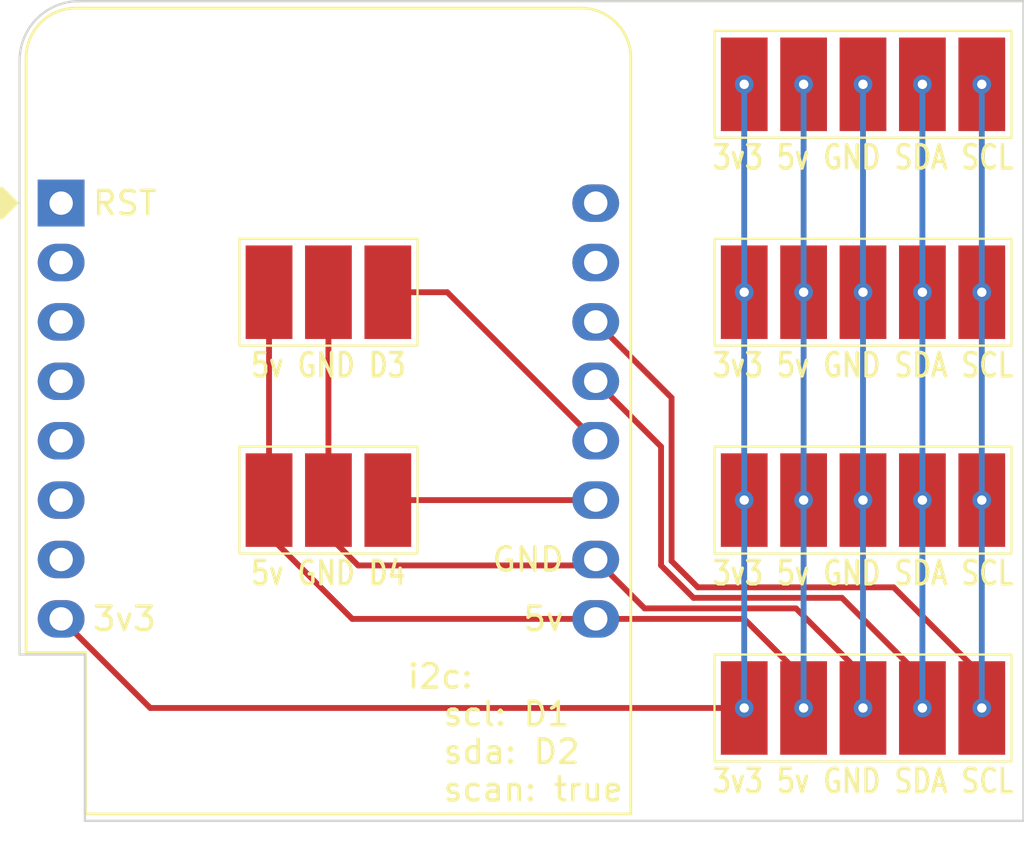
<source format=kicad_pcb>
(kicad_pcb (version 20221018) (generator pcbnew)
  (layers (0 "F.Cu" signal) (31 "B.Cu" signal) (34 "B.Paste" user) (35 "F.Paste" user) (36 "B.SilkS" user "B.Silkscreen") (37 "F.SilkS" user "F.Silkscreen") (38 "B.Mask" user) (39 "F.Mask" user) (44 "Edge.Cuts" user))
  (net 0 "")
  (net 1 "3v3")
  (net 2 "5v")
  (net 3 "GND")
  (net 4 "SCL")
  (net 5 "SDA")
  (net 6 "D3")
  (net 7 "D4")
  (footprint "Internal:SolderPad_2.0x4.0mm_1x05" (layer "F.Cu") (at 153.67 124.46)
    (fp_text reference "J4" hide)
    (fp_text value "Conn_01x05_Pin")
    (fp_rect (start -6.35 -4.826) (end 6.35 -0.254) (stroke (width 0.1)) (fill none) (layer "F.SilkS"))
    (pad "1" smd rect (at -5.08 -2.54) (size 2 4) (layers "F.Cu" "F.Paste" "F.Mask") (net 1 "3v3"))
    (pad "2" smd rect (at -2.54 -2.54) (size 2 4) (layers "F.Cu" "F.Paste" "F.Mask") (net 2 "5v"))
    (pad "3" smd rect (at 0 -2.54) (size 2 4) (layers "F.Cu" "F.Paste" "F.Mask") (net 3 "GND"))
    (pad "4" smd rect (at 2.54 -2.54) (size 2 4) (layers "F.Cu" "F.Paste" "F.Mask") (net 5 "SDA"))
    (pad "5" smd rect (at 5.08 -2.54) (size 2 4) (layers "F.Cu" "F.Paste" "F.Mask") (net 4 "SCL"))
  )
  (footprint "Module:WEMOS_D1_mini_light" (layer "F.Cu") (at 119.38 100.33)
    (fp_text reference "U1" hide)
    (fp_text value "WeMos_D1_mini")
    (fp_line (start -1.5 19.22) (end -1.5 -6.21) (stroke (width 0.12)) (layer "F.SilkS"))
    (fp_line (start -1.5 19.22) (end 1.04 19.22) (stroke (width 0.12)) (layer "F.SilkS"))
    (fp_line (start 1.04 19.22) (end 1.04 26.12) (stroke (width 0.12)) (layer "F.SilkS"))
    (fp_line (start 1.04 26.12) (end 24.36 26.12) (stroke (width 0.12)) (layer "F.SilkS"))
    (fp_line (start 22.24 -8.34) (end 0.63 -8.34) (stroke (width 0.12)) (layer "F.SilkS"))
    (fp_line (start 24.36 26.12) (end 24.36 -6.21) (stroke (width 0.12)) (layer "F.SilkS"))
    (fp_arc (start -1.5 -6.21) (mid -0.876137 -7.716137) (end 0.63 -8.34) (stroke (width 0.12)) (layer "F.SilkS"))
    (fp_arc (start 22.23 -8.34) (mid 23.736137 -7.716137) (end 24.36 -6.21) (stroke (width 0.12)) (layer "F.SilkS"))
    (fp_poly (pts (xy -2.54 -0.635) (xy -2.54 0.635) (xy -1.905 0)) (stroke (width 0.15)) (fill solid) (layer "F.SilkS"))
    (pad "1" thru_hole rect (at 0 0) (size 2 2) (drill 1) (layers "*.Cu" "*.Mask"))
    (pad "2" thru_hole oval (at 0 2.54) (size 2 1.6) (drill 1) (layers "*.Cu" "*.Mask"))
    (pad "3" thru_hole oval (at 0 5.08) (size 2 1.6) (drill 1) (layers "*.Cu" "*.Mask"))
    (pad "4" thru_hole oval (at 0 7.62) (size 2 1.6) (drill 1) (layers "*.Cu" "*.Mask"))
    (pad "5" thru_hole oval (at 0 10.16) (size 2 1.6) (drill 1) (layers "*.Cu" "*.Mask"))
    (pad "6" thru_hole oval (at 0 12.7) (size 2 1.6) (drill 1) (layers "*.Cu" "*.Mask"))
    (pad "7" thru_hole oval (at 0 15.24) (size 2 1.6) (drill 1) (layers "*.Cu" "*.Mask"))
    (pad "8" thru_hole oval (at 0 17.78) (size 2 1.6) (drill 1) (layers "*.Cu" "*.Mask") (net 1 "3v3"))
    (pad "9" thru_hole oval (at 22.86 17.78) (size 2 1.6) (drill 1) (layers "*.Cu" "*.Mask") (net 2 "5v"))
    (pad "10" thru_hole oval (at 22.86 15.24) (size 2 1.6) (drill 1) (layers "*.Cu" "*.Mask") (net 3 "GND"))
    (pad "11" thru_hole oval (at 22.86 12.7) (size 2 1.6) (drill 1) (layers "*.Cu" "*.Mask") (net 7 "D4"))
    (pad "12" thru_hole oval (at 22.86 10.16) (size 2 1.6) (drill 1) (layers "*.Cu" "*.Mask") (net 6 "D3"))
    (pad "13" thru_hole oval (at 22.86 7.62) (size 2 1.6) (drill 1) (layers "*.Cu" "*.Mask") (net 5 "SDA"))
    (pad "14" thru_hole oval (at 22.86 5.08) (size 2 1.6) (drill 1) (layers "*.Cu" "*.Mask") (net 4 "SCL"))
    (pad "15" thru_hole oval (at 22.86 2.54) (size 2 1.6) (drill 1) (layers "*.Cu" "*.Mask"))
    (pad "16" thru_hole oval (at 22.86 0) (size 2 1.6) (drill 1) (layers "*.Cu" "*.Mask"))
  )
  (footprint "Internal:SolderPad_2.0x4.0mm_1x05" (layer "F.Cu") (at 153.67 97.79)
    (fp_text reference "J1" hide)
    (fp_text value "Conn_01x05_Pin")
    (fp_rect (start -6.35 -4.826) (end 6.35 -0.254) (stroke (width 0.1)) (fill none) (layer "F.SilkS"))
    (pad "1" smd rect (at -5.08 -2.54) (size 2 4) (layers "F.Cu" "F.Paste" "F.Mask") (net 1 "3v3"))
    (pad "2" smd rect (at -2.54 -2.54) (size 2 4) (layers "F.Cu" "F.Paste" "F.Mask") (net 2 "5v"))
    (pad "3" smd rect (at 0 -2.54) (size 2 4) (layers "F.Cu" "F.Paste" "F.Mask") (net 3 "GND"))
    (pad "4" smd rect (at 2.54 -2.54) (size 2 4) (layers "F.Cu" "F.Paste" "F.Mask") (net 5 "SDA"))
    (pad "5" smd rect (at 5.08 -2.54) (size 2 4) (layers "F.Cu" "F.Paste" "F.Mask") (net 4 "SCL"))
  )
  (footprint "Internal:SolderPad_2.0x4.0mm_1x05" (layer "F.Cu") (at 153.67 106.68)
    (fp_text reference "J2" hide)
    (fp_text value "Conn_01x05_Pin")
    (fp_rect (start -6.35 -4.826) (end 6.35 -0.254) (stroke (width 0.1)) (fill none) (layer "F.SilkS"))
    (pad "1" smd rect (at -5.08 -2.54) (size 2 4) (layers "F.Cu" "F.Paste" "F.Mask") (net 1 "3v3"))
    (pad "2" smd rect (at -2.54 -2.54) (size 2 4) (layers "F.Cu" "F.Paste" "F.Mask") (net 2 "5v"))
    (pad "3" smd rect (at 0 -2.54) (size 2 4) (layers "F.Cu" "F.Paste" "F.Mask") (net 3 "GND"))
    (pad "4" smd rect (at 2.54 -2.54) (size 2 4) (layers "F.Cu" "F.Paste" "F.Mask") (net 5 "SDA"))
    (pad "5" smd rect (at 5.08 -2.54) (size 2 4) (layers "F.Cu" "F.Paste" "F.Mask") (net 4 "SCL"))
  )
  (footprint "Internal:SolderPad_2.0x4.0mm_1x03" (layer "F.Cu") (at 130.81 115.57)
    (fp_text reference "J6" hide)
    (fp_text value "Conn_01x03_Pin")
    (fp_rect (start -3.81 -4.826) (end 3.81 -0.254) (stroke (width 0.1)) (fill none) (layer "F.SilkS"))
    (pad "1" smd rect (at -2.54 -2.54) (size 2 4) (layers "F.Cu" "F.Paste" "F.Mask") (net 2 "5v"))
    (pad "2" smd rect (at 0 -2.54) (size 2 4) (layers "F.Cu" "F.Paste" "F.Mask") (net 3 "GND"))
    (pad "3" smd rect (at 2.54 -2.54) (size 2 4) (layers "F.Cu" "F.Paste" "F.Mask") (net 7 "D4"))
  )
  (footprint "Internal:SolderPad_2.0x4.0mm_1x03" (layer "F.Cu") (at 130.81 106.68)
    (fp_text reference "J5" hide)
    (fp_text value "Conn_01x03_Pin")
    (fp_rect (start -3.81 -4.826) (end 3.81 -0.254) (stroke (width 0.1)) (fill none) (layer "F.SilkS"))
    (pad "1" smd rect (at -2.54 -2.54) (size 2 4) (layers "F.Cu" "F.Paste" "F.Mask") (net 2 "5v"))
    (pad "2" smd rect (at 0 -2.54) (size 2 4) (layers "F.Cu" "F.Paste" "F.Mask") (net 3 "GND"))
    (pad "3" smd rect (at 2.54 -2.54) (size 2 4) (layers "F.Cu" "F.Paste" "F.Mask") (net 6 "D3"))
  )
  (footprint "Internal:SolderPad_2.0x4.0mm_1x05" (layer "F.Cu") (at 153.67 115.57)
    (fp_text reference "J3" hide)
    (fp_text value "Conn_01x05_Pin")
    (fp_rect (start -6.35 -4.826) (end 6.35 -0.254) (stroke (width 0.1)) (fill none) (layer "F.SilkS"))
    (pad "1" smd rect (at -5.08 -2.54) (size 2 4) (layers "F.Cu" "F.Paste" "F.Mask") (net 1 "3v3"))
    (pad "2" smd rect (at -2.54 -2.54) (size 2 4) (layers "F.Cu" "F.Paste" "F.Mask") (net 2 "5v"))
    (pad "3" smd rect (at 0 -2.54) (size 2 4) (layers "F.Cu" "F.Paste" "F.Mask") (net 3 "GND"))
    (pad "4" smd rect (at 2.54 -2.54) (size 2 4) (layers "F.Cu" "F.Paste" "F.Mask") (net 5 "SDA"))
    (pad "5" smd rect (at 5.08 -2.54) (size 2 4) (layers "F.Cu" "F.Paste" "F.Mask") (net 4 "SCL"))
  )
  (gr_arc (start 117.602 94.234) (mid 118.345949 92.437949) (end 120.142 91.694) (stroke (width 0.1)) (layer "Edge.Cuts"))
  (gr_line (start 160.528 91.694) (end 160.528 126.746) (stroke (width 0.1)) (layer "Edge.Cuts"))
  (gr_line (start 120.142 91.694) (end 160.528 91.694) (stroke (width 0.1)) (layer "Edge.Cuts"))
  (gr_line (start 120.396 119.634) (end 120.396 126.746) (stroke (width 0.1)) (layer "Edge.Cuts"))
  (gr_line (start 117.602 119.634) (end 117.602 94.234) (stroke (width 0.1)) (layer "Edge.Cuts"))
  (gr_line (start 160.528 126.746) (end 120.396 126.746) (stroke (width 0.1)) (layer "Edge.Cuts"))
  (gr_line (start 117.602 119.634) (end 120.396 119.634) (stroke (width 0.1)) (layer "Edge.Cuts"))
  (gr_text "5v GND D4" (at 130.81 115.57) (layer "F.SilkS") (effects (font (size 1 0.8)) (justify top)))
  (gr_text "3v3 5v GND SDA SCL" (at 153.67 124.46) (layer "F.SilkS") (effects (font (size 1 0.8)) (justify top)))
  (gr_text "3v3" (at 120.65 118.11) (layer "F.SilkS") (effects (font (size 1 1)) (justify left)))
  (gr_text "RST" (at 120.65 100.33) (layer "F.SilkS") (effects (font (size 1 1)) (justify left)))
  (gr_text "5v GND D3" (at 130.81 106.68) (layer "F.SilkS") (effects (font (size 1 0.8)) (justify top)))
  (gr_text "GND" (at 140.97 115.57) (layer "F.SilkS") (effects (font (size 1 1)) (justify right)))
  (gr_text "3v3 5v GND SDA SCL" (at 153.67 115.57) (layer "F.SilkS") (effects (font (size 1 0.8)) (justify top)))
  (gr_text "i2c:\n  scl: D1\n  sda: D2\n  scan: true" (at 134.112 125.984) (layer "F.SilkS") (effects (font (size 1 1)) (justify left bottom)))
  (gr_text "5v" (at 140.97 118.11) (layer "F.SilkS") (effects (font (size 1 1)) (justify right)))
  (gr_text "3v3 5v GND SDA SCL" (at 153.67 97.79) (layer "F.SilkS") (effects (font (size 1 0.8)) (justify top)))
  (gr_text "3v3 5v GND SDA SCL" (at 153.67 106.68) (layer "F.SilkS") (effects (font (size 1 0.8)) (justify top)))
  (segment (start 123.19 121.92) (end 119.38 118.11) (width 0.25) (layer "F.Cu") (net 1))
  (segment (start 148.59 121.92) (end 123.19 121.92) (width 0.25) (layer "F.Cu") (net 1))
  (via (at 148.59 95.25) (size 0.8) (drill 0.4) (layers "F.Cu" "B.Cu") (net 1))
  (via (at 148.59 121.92) (size 0.8) (drill 0.4) (layers "F.Cu" "B.Cu") (net 1))
  (via (at 148.59 113.03) (size 0.8) (drill 0.4) (layers "F.Cu" "B.Cu") (net 1))
  (via (at 148.59 104.14) (size 0.8) (drill 0.4) (layers "F.Cu" "B.Cu") (net 1))
  (segment (start 148.59 95.25) (end 148.59 104.14) (width 0.25) (layer "B.Cu") (net 1))
  (segment (start 148.59 113.03) (end 148.59 121.92) (width 0.25) (layer "B.Cu") (net 1))
  (segment (start 148.59 104.14) (end 148.59 113.03) (width 0.25) (layer "B.Cu") (net 1))
  (segment (start 128.27 104.14) (end 128.27 113.03) (width 0.25) (layer "F.Cu") (net 2))
  (segment (start 151.13 120.65) (end 148.59 118.11) (width 0.25) (layer "F.Cu") (net 2))
  (segment (start 148.59 118.11) (end 142.24 118.11) (width 0.25) (layer "F.Cu") (net 2))
  (segment (start 128.27 113.03) (end 128.27 114.554) (width 0.25) (layer "F.Cu") (net 2))
  (segment (start 128.27 114.554) (end 131.826 118.11) (width 0.25) (layer "F.Cu") (net 2))
  (segment (start 151.13 121.92) (end 151.13 120.65) (width 0.25) (layer "F.Cu") (net 2))
  (segment (start 131.826 118.11) (end 142.24 118.11) (width 0.25) (layer "F.Cu") (net 2))
  (via (at 151.13 95.25) (size 0.8) (drill 0.4) (layers "F.Cu" "B.Cu") (net 2))
  (via (at 151.13 121.92) (size 0.8) (drill 0.4) (layers "F.Cu" "B.Cu") (net 2))
  (via (at 151.13 104.14) (size 0.8) (drill 0.4) (layers "F.Cu" "B.Cu") (net 2))
  (via (at 151.13 113.03) (size 0.8) (drill 0.4) (layers "F.Cu" "B.Cu") (net 2))
  (segment (start 151.13 121.92) (end 151.13 113.03) (width 0.25) (layer "B.Cu") (net 2))
  (segment (start 151.13 113.03) (end 151.13 104.14) (width 0.25) (layer "B.Cu") (net 2))
  (segment (start 151.13 104.14) (end 151.13 95.25) (width 0.25) (layer "B.Cu") (net 2))
  (segment (start 144.33 117.66) (end 142.24 115.57) (width 0.25) (layer "F.Cu") (net 3))
  (segment (start 130.81 114.554) (end 132.08 115.824) (width 0.25) (layer "F.Cu") (net 3))
  (segment (start 132.08 115.824) (end 141.986 115.824) (width 0.25) (layer "F.Cu") (net 3))
  (segment (start 130.81 104.14) (end 130.81 113.03) (width 0.25) (layer "F.Cu") (net 3))
  (segment (start 150.803 117.66) (end 144.33 117.66) (width 0.25) (layer "F.Cu") (net 3))
  (segment (start 141.986 115.824) (end 142.24 115.57) (width 0.25) (layer "F.Cu") (net 3))
  (segment (start 153.67 121.92) (end 153.67 120.527) (width 0.25) (layer "F.Cu") (net 3))
  (segment (start 153.67 120.527) (end 150.803 117.66) (width 0.25) (layer "F.Cu") (net 3))
  (segment (start 130.81 113.03) (end 130.81 114.554) (width 0.25) (layer "F.Cu") (net 3))
  (via (at 153.67 121.92) (size 0.8) (drill 0.4) (layers "F.Cu" "B.Cu") (net 3))
  (via (at 153.67 113.03) (size 0.8) (drill 0.4) (layers "F.Cu" "B.Cu") (net 3))
  (via (at 153.67 104.14) (size 0.8) (drill 0.4) (layers "F.Cu" "B.Cu") (net 3))
  (via (at 153.67 95.25) (size 0.8) (drill 0.4) (layers "F.Cu" "B.Cu") (net 3))
  (segment (start 153.67 95.25) (end 153.67 104.14) (width 0.25) (layer "B.Cu") (net 3))
  (segment (start 153.67 113.03) (end 153.67 121.92) (width 0.25) (layer "B.Cu") (net 3))
  (segment (start 153.67 104.14) (end 153.67 113.03) (width 0.25) (layer "B.Cu") (net 3))
  (segment (start 158.75 121.92) (end 158.75 120.531) (width 0.25) (layer "F.Cu") (net 4))
  (segment (start 145.484 108.654) (end 142.24 105.41) (width 0.25) (layer "F.Cu") (net 4))
  (segment (start 145.484 115.637604) (end 145.484 108.654) (width 0.25) (layer "F.Cu") (net 4))
  (segment (start 146.606396 116.76) (end 145.484 115.637604) (width 0.25) (layer "F.Cu") (net 4))
  (segment (start 158.75 120.531) (end 154.979 116.76) (width 0.25) (layer "F.Cu") (net 4))
  (segment (start 154.979 116.76) (end 146.606396 116.76) (width 0.25) (layer "F.Cu") (net 4))
  (via (at 158.75 121.92) (size 0.8) (drill 0.4) (layers "F.Cu" "B.Cu") (net 4))
  (via (at 158.75 104.14) (size 0.8) (drill 0.4) (layers "F.Cu" "B.Cu") (net 4))
  (via (at 158.75 113.03) (size 0.8) (drill 0.4) (layers "F.Cu" "B.Cu") (net 4))
  (via (at 158.75 95.25) (size 0.8) (drill 0.4) (layers "F.Cu" "B.Cu") (net 4))
  (segment (start 158.75 104.14) (end 158.75 113.03) (width 0.25) (layer "B.Cu") (net 4))
  (segment (start 158.75 113.03) (end 158.75 121.92) (width 0.25) (layer "B.Cu") (net 4))
  (segment (start 158.75 95.25) (end 158.75 104.14) (width 0.25) (layer "B.Cu") (net 4))
  (segment (start 146.42 117.21) (end 145.034 115.824) (width 0.25) (layer "F.Cu") (net 5))
  (segment (start 145.034 115.824) (end 145.034 110.744) (width 0.25) (layer "F.Cu") (net 5))
  (segment (start 156.21 121.92) (end 156.21 120.65) (width 0.25) (layer "F.Cu") (net 5))
  (segment (start 152.77 117.21) (end 146.42 117.21) (width 0.25) (layer "F.Cu") (net 5))
  (segment (start 156.21 120.65) (end 152.77 117.21) (width 0.25) (layer "F.Cu") (net 5))
  (segment (start 145.034 110.744) (end 142.24 107.95) (width 0.25) (layer "F.Cu") (net 5))
  (via (at 156.21 113.03) (size 0.8) (drill 0.4) (layers "F.Cu" "B.Cu") (net 5))
  (via (at 156.21 104.14) (size 0.8) (drill 0.4) (layers "F.Cu" "B.Cu") (net 5))
  (via (at 156.21 95.25) (size 0.8) (drill 0.4) (layers "F.Cu" "B.Cu") (net 5))
  (via (at 156.21 121.92) (size 0.8) (drill 0.4) (layers "F.Cu" "B.Cu") (net 5))
  (segment (start 156.21 113.03) (end 156.21 104.14) (width 0.25) (layer "B.Cu") (net 5))
  (segment (start 156.21 121.92) (end 156.21 113.03) (width 0.25) (layer "B.Cu") (net 5))
  (segment (start 156.21 104.14) (end 156.21 95.25) (width 0.25) (layer "B.Cu") (net 5))
  (segment (start 135.89 104.14) (end 142.24 110.49) (width 0.25) (layer "F.Cu") (net 6))
  (segment (start 133.35 104.14) (end 135.89 104.14) (width 0.25) (layer "F.Cu") (net 6))
  (segment (start 133.35 113.03) (end 142.24 113.03) (width 0.25) (layer "F.Cu") (net 7))
)
</source>
